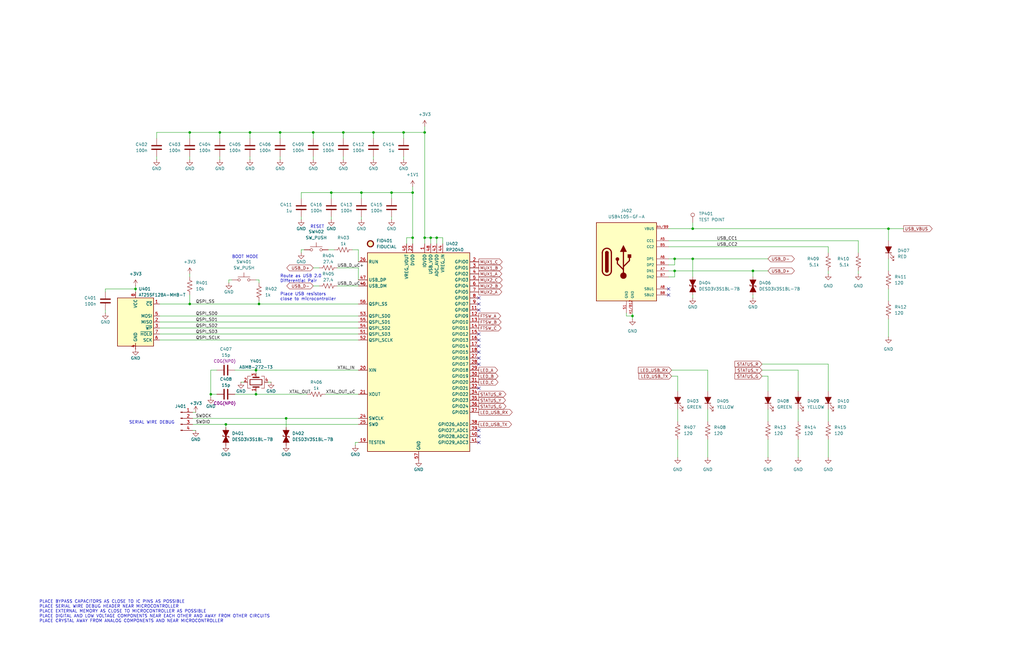
<source format=kicad_sch>
(kicad_sch (version 20231120) (generator "eeschema") (generator_version "8.0")
  (paper "USLedger")
  (title_block (title "Baseboard") (date "2023-08-19") (rev "A") (company "Alessandro Rizzoni") (comment 1 "SCHEMATIC") (comment 2 "DRAFT") (comment 3 "AIR"))
  (junction (at 120.65 176.53))
  (junction (at 109.22 128.27))
  (junction (at 173.99 81.28))
  (junction (at 107.95 166.37))
  (junction (at 57.15 121.92))
  (junction (at 284.48 114.3))
  (junction (at 184.15 100.33))
  (junction (at 95.25 179.07))
  (junction (at 179.07 55.88))
  (junction (at 80.01 128.27))
  (junction (at 80.01 55.88))
  (junction (at 92.71 55.88))
  (junction (at 292.1 109.22))
  (junction (at 105.41 55.88))
  (junction (at 317.5 114.3))
  (junction (at 144.78 55.88))
  (junction (at 139.7 81.28))
  (junction (at 107.95 156.21))
  (junction (at 152.4 81.28))
  (junction (at 170.18 55.88))
  (junction (at 266.7 133.35))
  (junction (at 173.99 100.33))
  (junction (at 374.65 96.52))
  (junction (at 118.11 55.88))
  (junction (at 132.08 55.88))
  (junction (at 292.1 96.52))
  (junction (at 179.07 100.33))
  (junction (at 157.48 55.88))
  (junction (at 88.9 166.37))
  (junction (at 181.61 100.33))
  (junction (at 165.1 81.28))
  (junction (at 284.48 109.22))
  (no_connect (at 201.93 148.59))
  (no_connect (at 201.93 125.73))
  (no_connect (at 201.93 143.51))
  (no_connect (at 281.94 124.46))
  (no_connect (at 201.93 186.69))
  (no_connect (at 201.93 163.83))
  (no_connect (at 201.93 128.27))
  (no_connect (at 201.93 140.97))
  (no_connect (at 281.94 121.92))
  (no_connect (at 201.93 130.81))
  (no_connect (at 201.93 151.13))
  (no_connect (at 201.93 181.61))
  (no_connect (at 201.93 146.05))
  (no_connect (at 201.93 153.67))
  (no_connect (at 201.93 184.15))
  (wire (pts (xy 88.9 166.37) (xy 88.9 167.64)))
  (wire (pts (xy 171.45 100.33) (xy 173.99 100.33)))
  (wire (pts (xy 44.45 121.92) (xy 44.45 123.19)))
  (wire (pts (xy 132.08 120.65) (xy 134.62 120.65)))
  (wire (pts (xy 92.71 66.04) (xy 92.71 67.31)))
  (wire (pts (xy 92.71 55.88) (xy 92.71 58.42)))
  (wire (pts (xy 127 91.44) (xy 127 92.71)))
  (wire (pts (xy 181.61 100.33) (xy 181.61 102.87)))
  (wire (pts (xy 292.1 109.22) (xy 292.1 116.84)))
  (wire (pts (xy 151.13 113.03) (xy 151.13 118.11)))
  (wire (pts (xy 284.48 111.76) (xy 284.48 109.22)))
  (wire (pts (xy 44.45 130.81) (xy 44.45 132.08)))
  (wire (pts (xy 283.21 158.75) (xy 285.75 158.75)))
  (wire (pts (xy 105.41 55.88) (xy 105.41 58.42)))
  (wire (pts (xy 281.94 109.22) (xy 284.48 109.22)))
  (wire (pts (xy 113.03 161.29) (xy 114.3 161.29)))
  (wire (pts (xy 118.11 55.88) (xy 118.11 58.42)))
  (wire (pts (xy 81.28 173.99) (xy 82.55 173.99)))
  (wire (pts (xy 165.1 91.44) (xy 165.1 92.71)))
  (wire (pts (xy 284.48 116.84) (xy 284.48 114.3)))
  (wire (pts (xy 157.48 55.88) (xy 157.48 58.42)))
  (wire (pts (xy 107.95 156.21) (xy 99.06 156.21)))
  (wire (pts (xy 144.78 55.88) (xy 132.08 55.88)))
  (wire (pts (xy 109.22 128.27) (xy 109.22 127)))
  (wire (pts (xy 321.31 156.21) (xy 336.55 156.21)))
  (wire (pts (xy 184.15 100.33) (xy 186.69 100.33)))
  (wire (pts (xy 171.45 102.87) (xy 171.45 100.33)))
  (wire (pts (xy 179.07 100.33) (xy 181.61 100.33)))
  (wire (pts (xy 127 105.41) (xy 127 106.68)))
  (wire (pts (xy 149.86 186.69) (xy 149.86 187.96)))
  (wire (pts (xy 361.95 101.6) (xy 361.95 106.68)))
  (wire (pts (xy 139.7 91.44) (xy 139.7 92.71)))
  (wire (pts (xy 298.45 172.72) (xy 298.45 177.8)))
  (wire (pts (xy 284.48 114.3) (xy 281.94 114.3)))
  (wire (pts (xy 109.22 128.27) (xy 151.13 128.27)))
  (wire (pts (xy 336.55 185.42) (xy 336.55 193.04)))
  (wire (pts (xy 107.95 156.21) (xy 107.95 157.48)))
  (wire (pts (xy 81.28 181.61) (xy 82.55 181.61)))
  (wire (pts (xy 292.1 96.52) (xy 374.65 96.52)))
  (wire (pts (xy 66.04 55.88) (xy 66.04 58.42)))
  (wire (pts (xy 281.94 101.6) (xy 361.95 101.6)))
  (wire (pts (xy 138.43 105.41) (xy 140.97 105.41)))
  (wire (pts (xy 349.25 185.42) (xy 349.25 193.04)))
  (wire (pts (xy 349.25 172.72) (xy 349.25 177.8)))
  (wire (pts (xy 132.08 55.88) (xy 118.11 55.88)))
  (wire (pts (xy 283.21 156.21) (xy 298.45 156.21)))
  (wire (pts (xy 374.65 134.62) (xy 374.65 142.24)))
  (wire (pts (xy 170.18 58.42) (xy 170.18 55.88)))
  (wire (pts (xy 107.95 156.21) (xy 151.13 156.21)))
  (wire (pts (xy 144.78 55.88) (xy 144.78 58.42)))
  (wire (pts (xy 165.1 81.28) (xy 165.1 83.82)))
  (wire (pts (xy 107.95 166.37) (xy 129.54 166.37)))
  (wire (pts (xy 281.94 96.52) (xy 292.1 96.52)))
  (wire (pts (xy 142.24 120.65) (xy 151.13 120.65)))
  (wire (pts (xy 266.7 133.35) (xy 266.7 134.62)))
  (wire (pts (xy 298.45 156.21) (xy 298.45 165.1)))
  (wire (pts (xy 151.13 105.41) (xy 151.13 110.49)))
  (wire (pts (xy 152.4 81.28) (xy 152.4 83.82)))
  (wire (pts (xy 95.25 179.07) (xy 151.13 179.07)))
  (wire (pts (xy 102.87 161.29) (xy 101.6 161.29)))
  (wire (pts (xy 132.08 55.88) (xy 132.08 58.42)))
  (wire (pts (xy 148.59 105.41) (xy 151.13 105.41)))
  (wire (pts (xy 170.18 66.04) (xy 170.18 67.31)))
  (wire (pts (xy 184.15 102.87) (xy 184.15 100.33)))
  (wire (pts (xy 67.31 133.35) (xy 151.13 133.35)))
  (wire (pts (xy 80.01 66.04) (xy 80.01 67.31)))
  (wire (pts (xy 349.25 114.3) (xy 349.25 115.57)))
  (wire (pts (xy 67.31 140.97) (xy 151.13 140.97)))
  (wire (pts (xy 91.44 156.21) (xy 88.9 156.21)))
  (wire (pts (xy 152.4 91.44) (xy 152.4 92.71)))
  (wire (pts (xy 179.07 100.33) (xy 179.07 102.87)))
  (wire (pts (xy 157.48 55.88) (xy 144.78 55.88)))
  (wire (pts (xy 323.85 158.75) (xy 323.85 165.1)))
  (wire (pts (xy 67.31 128.27) (xy 80.01 128.27)))
  (wire (pts (xy 80.01 55.88) (xy 80.01 58.42)))
  (wire (pts (xy 349.25 153.67) (xy 349.25 165.1)))
  (wire (pts (xy 173.99 100.33) (xy 173.99 102.87)))
  (wire (pts (xy 88.9 156.21) (xy 88.9 166.37)))
  (wire (pts (xy 81.28 176.53) (xy 120.65 176.53)))
  (wire (pts (xy 179.07 53.34) (xy 179.07 55.88)))
  (wire (pts (xy 317.5 114.3) (xy 317.5 116.84)))
  (wire (pts (xy 127 83.82) (xy 127 81.28)))
  (wire (pts (xy 284.48 114.3) (xy 317.5 114.3)))
  (wire (pts (xy 157.48 66.04) (xy 157.48 67.31)))
  (wire (pts (xy 109.22 119.38) (xy 109.22 118.11)))
  (wire (pts (xy 336.55 172.72) (xy 336.55 177.8)))
  (wire (pts (xy 57.15 121.92) (xy 44.45 121.92)))
  (wire (pts (xy 184.15 100.33) (xy 181.61 100.33)))
  (wire (pts (xy 374.65 96.52) (xy 374.65 101.6)))
  (wire (pts (xy 142.24 113.03) (xy 151.13 113.03)))
  (wire (pts (xy 109.22 118.11) (xy 107.95 118.11)))
  (wire (pts (xy 80.01 124.46) (xy 80.01 128.27)))
  (wire (pts (xy 374.65 96.52) (xy 381 96.52)))
  (wire (pts (xy 57.15 121.92) (xy 57.15 123.19)))
  (wire (pts (xy 323.85 185.42) (xy 323.85 193.04)))
  (wire (pts (xy 284.48 109.22) (xy 292.1 109.22)))
  (wire (pts (xy 80.01 128.27) (xy 109.22 128.27)))
  (wire (pts (xy 66.04 66.04) (xy 66.04 67.31)))
  (wire (pts (xy 67.31 143.51) (xy 151.13 143.51)))
  (wire (pts (xy 96.52 118.11) (xy 96.52 119.38)))
  (wire (pts (xy 285.75 158.75) (xy 285.75 165.1)))
  (wire (pts (xy 81.28 179.07) (xy 95.25 179.07)))
  (wire (pts (xy 127 81.28) (xy 139.7 81.28)))
  (wire (pts (xy 186.69 102.87) (xy 186.69 100.33)))
  (wire (pts (xy 132.08 66.04) (xy 132.08 67.31)))
  (wire (pts (xy 120.65 176.53) (xy 151.13 176.53)))
  (wire (pts (xy 374.65 121.92) (xy 374.65 127)))
  (wire (pts (xy 99.06 166.37) (xy 107.95 166.37)))
  (wire (pts (xy 292.1 109.22) (xy 323.85 109.22)))
  (wire (pts (xy 95.25 179.07) (xy 95.25 180.34)))
  (wire (pts (xy 170.18 55.88) (xy 157.48 55.88)))
  (wire (pts (xy 107.95 165.1) (xy 107.95 166.37)))
  (wire (pts (xy 317.5 124.46) (xy 317.5 125.73)))
  (wire (pts (xy 92.71 55.88) (xy 80.01 55.88)))
  (wire (pts (xy 285.75 185.42) (xy 285.75 193.04)))
  (wire (pts (xy 317.5 114.3) (xy 323.85 114.3)))
  (wire (pts (xy 323.85 172.72) (xy 323.85 177.8)))
  (wire (pts (xy 132.08 113.03) (xy 134.62 113.03)))
  (wire (pts (xy 298.45 185.42) (xy 298.45 193.04)))
  (wire (pts (xy 67.31 138.43) (xy 151.13 138.43)))
  (wire (pts (xy 152.4 81.28) (xy 165.1 81.28)))
  (wire (pts (xy 285.75 172.72) (xy 285.75 177.8)))
  (wire (pts (xy 118.11 66.04) (xy 118.11 67.31)))
  (wire (pts (xy 292.1 124.46) (xy 292.1 125.73)))
  (wire (pts (xy 281.94 104.14) (xy 349.25 104.14)))
  (wire (pts (xy 349.25 104.14) (xy 349.25 106.68)))
  (wire (pts (xy 173.99 78.74) (xy 173.99 81.28)))
  (wire (pts (xy 264.16 133.35) (xy 266.7 133.35)))
  (wire (pts (xy 374.65 109.22) (xy 374.65 114.3)))
  (wire (pts (xy 139.7 81.28) (xy 152.4 81.28)))
  (wire (pts (xy 57.15 120.65) (xy 57.15 121.92)))
  (wire (pts (xy 105.41 55.88) (xy 92.71 55.88)))
  (wire (pts (xy 179.07 100.33) (xy 179.07 55.88)))
  (wire (pts (xy 105.41 66.04) (xy 105.41 67.31)))
  (wire (pts (xy 336.55 156.21) (xy 336.55 165.1)))
  (wire (pts (xy 281.94 111.76) (xy 284.48 111.76)))
  (wire (pts (xy 137.16 166.37) (xy 151.13 166.37)))
  (wire (pts (xy 67.31 135.89) (xy 151.13 135.89)))
  (wire (pts (xy 281.94 116.84) (xy 284.48 116.84)))
  (wire (pts (xy 266.7 133.35) (xy 266.7 132.08)))
  (wire (pts (xy 165.1 81.28) (xy 173.99 81.28)))
  (wire (pts (xy 97.79 118.11) (xy 96.52 118.11)))
  (wire (pts (xy 80.01 55.88) (xy 66.04 55.88)))
  (wire (pts (xy 144.78 66.04) (xy 144.78 67.31)))
  (wire (pts (xy 118.11 55.88) (xy 105.41 55.88)))
  (wire (pts (xy 139.7 81.28) (xy 139.7 83.82)))
  (wire (pts (xy 151.13 186.69) (xy 149.86 186.69)))
  (wire (pts (xy 88.9 166.37) (xy 91.44 166.37)))
  (wire (pts (xy 321.31 153.67) (xy 349.25 153.67)))
  (wire (pts (xy 120.65 176.53) (xy 120.65 180.34)))
  (wire (pts (xy 292.1 93.98) (xy 292.1 96.52)))
  (wire (pts (xy 264.16 132.08) (xy 264.16 133.35)))
  (wire (pts (xy 361.95 114.3) (xy 361.95 115.57)))
  (wire (pts (xy 173.99 81.28) (xy 173.99 100.33)))
  (wire (pts (xy 321.31 158.75) (xy 323.85 158.75)))
  (wire (pts (xy 80.01 115.57) (xy 80.01 116.84)))
  (wire (pts (xy 128.27 105.41) (xy 127 105.41)))
  (wire (pts (xy 179.07 55.88) (xy 170.18 55.88)))
  (text "SERIAL WIRE DEBUG" (at 73.66 179.07 0) (effects (font (size 1.27 1.27)) (justify right bottom)))
  (text "RESET" (at 130.81 96.52 0) (effects (font (size 1.27 1.27)) (justify left bottom)))
  (text "PLACE BYPASS CAPACITORS AS CLOSE TO IC PINS AS POSSIBLE\nPLACE SERIAL WIRE DEBUG HEADER NEAR MICROCONTROLLER\nPLACE EXTERNAL MEMORY AS CLOSE TO MICROCONTROLLER AS POSSIBLE\nPLACE DIGITAL AND LOW VOLTAGE COMPONENTS NEAR EACH OTHER AND AWAY FROM OTHER CIRCUITS\nPLACE CRYSTAL AWAY FROM ANALOG COMPONENTS AND NEAR MICROCONTROLLER\n" (at 16.51 262.89 0) (effects (font (size 1.27 1.27)) (justify left bottom)))
  (text "Route as USB 2.0\nDifferential Pair" (at 118.11 119.38 0) (effects (font (size 1.27 1.27)) (justify left bottom)))
  (text "Place USB resistors\nclose to microcontroller" (at 118.11 127 0) (effects (font (size 1.27 1.27)) (justify left bottom)))
  (text "BOOT MODE" (at 97.79 109.22 0) (effects (font (size 1.27 1.27)) (justify left bottom)))
  (label "XTAL_OUT_uC" (at 149.86 166.37 180))
  (label "QSPI_SD3" (at 82.55 140.97 0))
  (label "QSPI_SCLK" (at 82.55 143.51 0))
  (label "USB_D_uC+" (at 142.24 113.03 0))
  (label "SWDIO" (at 82.55 179.07 0))
  (label "USB_CC2" (at 302.26 104.14 0))
  (label "XTAL_OUT" (at 121.92 166.37 0))
  (label "QSPI_SD1" (at 82.55 135.89 0))
  (label "XTAL_IN" (at 142.24 156.21 0))
  (label "QSPI_SD2" (at 82.55 138.43 0))
  (label "USB_CC1" (at 302.26 101.6 0))
  (label "QSPI_SS" (at 82.55 128.27 0))
  (label "USB_D_uC-" (at 142.24 120.65 0))
  (label "SWDCK" (at 82.55 176.53 0))
  (label "QSPI_SD0" (at 82.55 133.35 0))
  (global_label "MUX1_B" (shape output) (at 201.93 113.03 0) (property "Intersheetrefs" "${INTERSHEET_REFS}" (effects (hide yes))))
  (global_label "STATUS_G" (shape input) (at 321.31 158.75 180) (property "Intersheetrefs" "${INTERSHEET_REFS}" (effects (hide yes))))
  (global_label "STATUS_Y" (shape output) (at 201.93 168.91 0) (property "Intersheetrefs" "${INTERSHEET_REFS}" (effects (hide yes))))
  (global_label "LED_USB_TX" (shape output) (at 201.93 179.07 0) (property "Intersheetrefs" "${INTERSHEET_REFS}" (effects (hide yes))))
  (global_label "STATUS_R" (shape input) (at 321.31 153.67 180) (property "Intersheetrefs" "${INTERSHEET_REFS}" (effects (hide yes))))
  (global_label "LED_B" (shape output) (at 201.93 158.75 0) (property "Intersheetrefs" "${INTERSHEET_REFS}" (effects (hide yes))))
  (global_label "STATUS_R" (shape output) (at 201.93 166.37 0) (property "Intersheetrefs" "${INTERSHEET_REFS}" (effects (hide yes))))
  (global_label "USB_D+" (shape bidirectional) (at 132.08 113.03 180) (property "Intersheetrefs" "${INTERSHEET_REFS}" (effects (hide yes))))
  (global_label "MUX2_A" (shape output) (at 201.93 123.19 0) (property "Intersheetrefs" "${INTERSHEET_REFS}" (effects (hide yes))))
  (global_label "USB_D+" (shape bidirectional) (at 323.85 114.3 0) (property "Intersheetrefs" "${INTERSHEET_REFS}" (effects (hide yes))))
  (global_label "USB_D-" (shape bidirectional) (at 132.08 120.65 180) (property "Intersheetrefs" "${INTERSHEET_REFS}" (effects (hide yes))))
  (global_label "STATUS_Y" (shape input) (at 321.31 156.21 180) (property "Intersheetrefs" "${INTERSHEET_REFS}" (effects (hide yes))))
  (global_label "LED_A" (shape output) (at 201.93 156.21 0) (property "Intersheetrefs" "${INTERSHEET_REFS}" (effects (hide yes))))
  (global_label "FTSW_B" (shape output) (at 201.93 135.89 0) (property "Intersheetrefs" "${INTERSHEET_REFS}" (effects (hide yes))))
  (global_label "FTSW_C" (shape output) (at 201.93 138.43 0) (property "Intersheetrefs" "${INTERSHEET_REFS}" (effects (hide yes))))
  (global_label "MUX1_A" (shape output) (at 201.93 115.57 0) (property "Intersheetrefs" "${INTERSHEET_REFS}" (effects (hide yes))))
  (global_label "LED_USB_RX" (shape input) (at 283.21 156.21 180) (property "Intersheetrefs" "${INTERSHEET_REFS}" (effects (hide yes))))
  (global_label "MUX1_C" (shape output) (at 201.93 110.49 0) (property "Intersheetrefs" "${INTERSHEET_REFS}" (effects (hide yes))))
  (global_label "MUX2_C" (shape output) (at 201.93 118.11 0) (property "Intersheetrefs" "${INTERSHEET_REFS}" (effects (hide yes))))
  (global_label "LED_USB_TX" (shape input) (at 283.21 158.75 180) (property "Intersheetrefs" "${INTERSHEET_REFS}" (effects (hide yes))))
  (global_label "STATUS_G" (shape output) (at 201.93 171.45 0) (property "Intersheetrefs" "${INTERSHEET_REFS}" (effects (hide yes))))
  (global_label "LED_C" (shape output) (at 201.93 161.29 0) (property "Intersheetrefs" "${INTERSHEET_REFS}" (effects (hide yes))))
  (global_label "LED_USB_RX" (shape output) (at 201.93 173.99 0) (property "Intersheetrefs" "${INTERSHEET_REFS}" (effects (hide yes))))
  (global_label "MUX2_B" (shape output) (at 201.93 120.65 0) (property "Intersheetrefs" "${INTERSHEET_REFS}" (effects (hide yes))))
  (global_label "FTSW_A" (shape output) (at 201.93 133.35 0) (property "Intersheetrefs" "${INTERSHEET_REFS}" (effects (hide yes))))
  (global_label "USB_D-" (shape bidirectional) (at 323.85 109.22 0) (property "Intersheetrefs" "${INTERSHEET_REFS}" (effects (hide yes))))
  (global_label "USB_VBUS" (shape output) (at 381 96.52 0) (property "Intersheetrefs" "${INTERSHEET_REFS}" (effects (hide yes))))
  (symbol (lib_id "Device:C") (at 165.1 87.63 0) (mirror y) (unit 1)
    (property "Reference" "C415" (at 161.29 86.36 0) (effects (justify left)))
    (property "Value" "100n" (at 161.29 88.9 0) (effects (justify left)))
    (property "Footprint" "Capacitor_SMD:C_0402_1005Metric" (effects (hide yes)))
    (property "Description" "Unpolarized capacitor" (effects (hide yes)))
  )
  (symbol (lib_id "Device:C") (at 118.11 62.23 0) (mirror y) (unit 1)
    (property "Reference" "C406" (at 114.3 60.96 0) (effects (justify left)))
    (property "Value" "100n" (at 114.3 63.5 0) (effects (justify left)))
    (property "Footprint" "Capacitor_SMD:C_0402_1005Metric" (effects (hide yes)))
    (property "Description" "Unpolarized capacitor" (effects (hide yes)))
    (instances (project "baseboard" (path "" (reference "C406") (unit 1))) (project "ErgoDUE" (path "" (reference "C111") (unit 1)) (path "" (reference "C401") (unit 1)) (path "" (reference "C1007") (unit 1)) (path "" (reference "C201") (unit 1))) (project "microcontroller" (path "" (reference "C111") (unit 1))))
  )
  (symbol (lib_id "power:GND") (at 157.48 67.31 0) (mirror y) (unit 1)
    (property "Reference" "#PWR0421" (effects (hide yes)))
    (property "Value" "GND" (at 157.48 71.12 0))
    (property "Description" "Power symbol creates a global label with name \"GND\" , ground" (effects (hide yes)))
    (instances (project "baseboard" (path "" (reference "#PWR0421") (unit 1))) (project "ErgoDUE" (path "" (reference "#PWR0132") (unit 1)) (path "" (reference "#PWR0403") (unit 1)) (path "" (reference "#PWR01019") (unit 1)) (path "" (reference "#PWR0204") (unit 1))) (project "microcontroller" (path "" (reference "#PWR0132") (unit 1))))
  )
  (symbol (lib_id "power:GND") (at 44.45 132.08 0) (unit 1)
    (property "Reference" "#PWR0401" (effects (hide yes)))
    (property "Value" "GND" (at 44.45 135.89 0))
    (property "Description" "Power symbol creates a global label with name \"GND\" , ground" (effects (hide yes)))
    (instances (project "baseboard" (path "" (reference "#PWR0401") (unit 1))) (project "ErgoDUE" (path "" (reference "#PWR0116") (unit 1)) (path "" (reference "#PWR01002") (unit 1))) (project "microcontroller" (path "" (reference "#PWR0116") (unit 1))))
  )
  (symbol (lib_id "power:GND") (at 165.1 92.71 0) (mirror y) (unit 1)
    (property "Reference" "#PWR0438" (effects (hide yes)))
    (property "Value" "GND" (at 165.1 96.52 0))
    (property "Description" "Power symbol creates a global label with name \"GND\" , ground" (effects (hide yes)))
  )
  (symbol (lib_id "power:GND") (at 132.08 67.31 0) (mirror y) (unit 1)
    (property "Reference" "#PWR0416" (effects (hide yes)))
    (property "Value" "GND" (at 132.08 71.12 0))
    (property "Description" "Power symbol creates a global label with name \"GND\" , ground" (effects (hide yes)))
    (instances (project "baseboard" (path "" (reference "#PWR0416") (unit 1))) (project "ErgoDUE" (path "" (reference "#PWR0135") (unit 1)) (path "" (reference "#PWR0408") (unit 1)) (path "" (reference "#PWR01023") (unit 1)) (path "" (reference "#PWR0211") (unit 1))) (project "microcontroller" (path "" (reference "#PWR0135") (unit 1))))
  )
  (symbol (lib_id "Device:C") (at 66.04 62.23 0) (mirror y) (unit 1)
    (property "Reference" "C402" (at 62.23 60.96 0) (effects (justify left)))
    (property "Value" "100n" (at 62.23 63.5 0) (effects (justify left)))
    (property "Footprint" "Capacitor_SMD:C_0402_1005Metric" (effects (hide yes)))
    (property "Description" "Unpolarized capacitor" (effects (hide yes)))
    (instances (project "baseboard" (path "" (reference "C402") (unit 1))) (project "ErgoDUE" (path "" (reference "C115") (unit 1)) (path "" (reference "C401") (unit 1)) (path "" (reference "C1011") (unit 1)) (path "" (reference "C201") (unit 1))) (project "microcontroller" (path "" (reference "C115") (unit 1))))
  )
  (symbol (lib_id "power:GND") (at 127 92.71 0) (mirror y) (unit 1)
    (property "Reference" "#PWR0419" (effects (hide yes)))
    (property "Value" "GND" (at 127 96.52 0))
    (property "Description" "Power symbol creates a global label with name \"GND\" , ground" (effects (hide yes)))
    (instances (project "baseboard" (path "" (reference "#PWR0419") (unit 1))) (project "ErgoDUE" (path "" (reference "#PWR0125") (unit 1)) (path "" (reference "#PWR0401") (unit 1)) (path "" (reference "#PWR01012") (unit 1)) (path "" (reference "#PWR0201") (unit 1))) (project "microcontroller" (path "" (reference "#PWR0125") (unit 1))))
  )
  (symbol (lib_id "power:GND") (at 317.5 125.73 0) (mirror y) (unit 1)
    (property "Reference" "#PWR0432" (effects (hide yes)))
    (property "Value" "GND" (at 317.5 129.54 0))
    (property "Description" "Power symbol creates a global label with name \"GND\" , ground" (effects (hide yes)))
  )
  (symbol (lib_id "Device:R_US") (at 349.25 110.49 0) (mirror x) (unit 1)
    (property "Reference" "R409" (at 345.44 109.2199 0) (effects (justify right)))
    (property "Value" "5.1k" (at 345.44 111.7599 0) (effects (justify right)))
    (property "Footprint" "Resistor_SMD:R_0402_1005Metric" (effects (hide yes)))
    (property "Description" "Resistor, US symbol" (effects (hide yes)))
  )
  (symbol (lib_id "power:+3V3") (at 80.01 115.57 0) (unit 1)
    (property "Reference" "#PWR0406" (effects (hide yes)))
    (property "Value" "+3V3" (at 80.01 110.49 0))
    (property "Description" "Power symbol creates a global label with name \"+3V3\"" (effects (hide yes)))
    (instances (project "baseboard" (path "" (reference "#PWR0406") (unit 1))) (project "ErgoDUE" (path "" (reference "#PWR0117") (unit 1)) (path "" (reference "#PWR01003") (unit 1))) (project "microcontroller" (path "" (reference "#PWR0117") (unit 1))))
  )
  (symbol (lib_id "power:+1V1") (at 173.99 78.74 0) (unit 1)
    (property "Reference" "#PWR0424" (effects (hide yes)))
    (property "Value" "+1V1" (at 173.99 73.66 0))
    (property "Description" "Power symbol creates a global label with name \"+1V1\"" (effects (hide yes)))
    (instances (project "baseboard" (path "" (reference "#PWR0424") (unit 1))) (project "ErgoDUE" (path "" (reference "#PWR0128") (unit 1)) (path "" (reference "#PWR01015") (unit 1))) (project "microcontroller" (path "" (reference "#PWR0128") (unit 1))))
  )
  (symbol (lib_id "Device:D_TVS_Filled") (at 292.1 120.65 90) (unit 1)
    (property "Reference" "D404" (at 294.64 119.38 90) (effects (justify right)))
    (property "Value" "DESD3V3S1BL-7B" (at 294.64 121.92 90) (effects (justify right)))
    (property "Footprint" "Diode_SMD:D_SOD-882D" (effects (hide yes)))
    (property "Description" "Bidirectional transient-voltage-suppression diode, filled shape" (effects (hide yes)))
    (property "Manufacturer" "Diodes Inc." (effects (hide yes)))
    (property "Part Number" "DESD3V3S1BL-7B" (effects (hide yes)))
    (property "Manufacturer (Alternate)" "Diodes Inc." (effects (hide yes)))
    (property "Part Number (Alternate)" "DESD3V3E1BL-7B " (effects (hide yes)))
  )
  (symbol (lib_id "Library:SW_Push_SPST_4_Pin") (at 102.87 118.11 0) (unit 1)
    (property "Reference" "SW401" (at 102.87 110.49 0))
    (property "Value" "SW_PUSH" (at 102.87 113.03 0))
    (property "Footprint" "Library:KMR441NG LFS" (effects (hide yes)))
    (property "Description" "Push button switch, generic, two pins" (effects (hide yes)))
    (property "Manufacturer" "C&K" (effects (hide yes)))
    (property "Part Number" "KMR441NG LFS" (effects (hide yes)))
    (property "Manufacturer (Alternate)" "C&K" (effects (hide yes)))
    (property "Part Number (Alternate)" "KMR441G LFS" (effects (hide yes)))
    (instances (project "baseboard" (path "" (reference "SW401") (unit 1))) (project "ErgoDUE" (path "" (reference "SW101") (unit 1)) (path "" (reference "SW1001") (unit 1))) (project "microcontroller" (path "" (reference "SW101") (unit 1))))
  )
  (symbol (lib_id "Device:D_TVS_Filled") (at 317.5 120.65 90) (unit 1)
    (property "Reference" "D406" (at 320.04 119.38 90) (effects (justify right)))
    (property "Value" "DESD3V3S1BL-7B" (at 320.04 121.92 90) (effects (justify right)))
    (property "Footprint" "Diode_SMD:D_SOD-882D" (effects (hide yes)))
    (property "Description" "Bidirectional transient-voltage-suppression diode, filled shape" (effects (hide yes)))
    (property "Manufacturer" "Diodes Inc." (effects (hide yes)))
    (property "Part Number" "DESD3V3S1BL-7B" (effects (hide yes)))
    (property "Manufacturer (Alternate)" "Diodes Inc." (effects (hide yes)))
    (property "Part Number (Alternate)" "DESD3V3E1BL-7B " (effects (hide yes)))
  )
  (symbol (lib_id "Device:R_US") (at 144.78 105.41 90) (unit 1)
    (property "Reference" "R403" (at 144.78 100.33 90))
    (property "Value" "1k" (at 144.78 102.87 90))
    (property "Footprint" "Resistor_SMD:R_0402_1005Metric" (effects (hide yes)))
    (property "Description" "Resistor, US symbol" (effects (hide yes)))
    (instances (project "baseboard" (path "" (reference "R403") (unit 1))) (project "ErgoDUE" (path "" (reference "R111") (unit 1)) (path "" (reference "R1003") (unit 1))) (project "microcontroller" (path "" (reference "R111") (unit 1))))
  )
  (symbol (lib_id "Mechanical:Fiducial") (at 156.21 102.87 0) (unit 1)
    (property "Reference" "FID401" (at 158.75 101.6 0) (effects (justify left)))
    (property "Value" "FIDUCIAL" (at 158.75 104.14 0) (effects (justify left)))
    (property "Footprint" "Fiducial:Fiducial_0.5mm_Mask1mm" (effects (hide yes)))
    (property "Description" "Fiducial Marker" (effects (hide yes)))
    (property "Manufacturer" "N/A" (effects (hide yes)))
    (property "Part Number" "N/A" (effects (hide yes)))
    (property "Manufacturer (Alternate)" "N/A" (effects (hide yes)))
    (property "Part Number (Alternate)" "N/A" (effects (hide yes)))
  )
  (symbol (lib_id "power:+3V3") (at 179.07 53.34 0) (mirror y) (unit 1)
    (property "Reference" "#PWR0426" (effects (hide yes)))
    (property "Value" "+3V3" (at 179.07 48.26 0))
    (property "Description" "Power symbol creates a global label with name \"+3V3\"" (effects (hide yes)))
    (instances (project "baseboard" (path "" (reference "#PWR0426") (unit 1))) (project "ErgoDUE" (path "" (reference "#PWR0130") (unit 1)) (path "" (reference "#PWR01017") (unit 1))) (project "microcontroller" (path "" (reference "#PWR0130") (unit 1))))
  )
  (symbol (lib_id "power:GND") (at 285.75 193.04 0) (unit 1)
    (property "Reference" "#PWR0429" (effects (hide yes)))
    (property "Value" "GND" (at 285.75 198.12 0))
    (property "Description" "Power symbol creates a global label with name \"GND\" , ground" (effects (hide yes)))
  )
  (symbol (lib_id "Device:R_US") (at 138.43 120.65 90) (unit 1)
    (property "Reference" "R405" (at 138.43 115.57 90))
    (property "Value" "27.4" (at 138.43 118.11 90))
    (property "Footprint" "Resistor_SMD:R_0402_1005Metric" (effects (hide yes)))
    (property "Description" "Resistor, US symbol" (effects (hide yes)))
    (instances (project "baseboard" (path "" (reference "R405") (unit 1))) (project "ErgoDUE" (path "" (reference "R113") (unit 1)) (path "" (reference "R1005") (unit 1))) (project "microcontroller" (path "" (reference "R113") (unit 1))))
  )
  (symbol (lib_id "power:GND") (at 176.53 194.31 0) (unit 1)
    (property "Reference" "#PWR0425" (effects (hide yes)))
    (property "Value" "GND" (at 176.53 198.12 0))
    (property "Description" "Power symbol creates a global label with name \"GND\" , ground" (effects (hide yes)))
    (instances (project "baseboard" (path "" (reference "#PWR0425") (unit 1))) (project "ErgoDUE" (path "" (reference "#PWR0129") (unit 1)) (path "" (reference "#PWR01016") (unit 1))) (project "microcontroller" (path "" (reference "#PWR0129") (unit 1))))
  )
  (symbol (lib_id "power:GND") (at 292.1 125.73 0) (mirror y) (unit 1)
    (property "Reference" "#PWR0430" (effects (hide yes)))
    (property "Value" "GND" (at 292.1 129.54 0))
    (property "Description" "Power symbol creates a global label with name \"GND\" , ground" (effects (hide yes)))
  )
  (symbol (lib_id "Device:C") (at 95.25 166.37 90) (unit 1)
    (property "Reference" "C408" (at 95.25 160.02 90))
    (property "Value" "15p" (at 95.25 162.56 90))
    (property "Footprint" "Capacitor_SMD:C_0402_1005Metric" (effects (hide yes)))
    (property "Description" "Unpolarized capacitor" (effects (hide yes)))
    (property "Note 2" "C0G(NP0) " (at 95.25 170.18 90))
    (property "Note 1" "30V" (effects (hide yes)))
  )
  (symbol (lib_id "Device:LED_Filled") (at 349.25 168.91 90) (unit 1)
    (property "Reference" "D410" (at 353.06 169.2275 90) (effects (justify right)))
    (property "Value" "RED" (at 353.06 171.7675 90) (effects (justify right)))
    (property "Footprint" "LED_SMD:LED_0603_1608Metric" (effects (hide yes)))
    (property "Description" "Light emitting diode, filled shape" (effects (hide yes)))
    (property "Manufacturer" "Wurth" (effects (hide yes)))
    (property "Part Number" "150060RS75000" (effects (hide yes)))
    (property "Manufacturer (Alternate)" "Lite-On Inc." (effects (hide yes)))
    (property "Part Number (Alternate)" "LTST-C193KRKT-5A" (effects (hide yes)))
  )
  (symbol (lib_id "Device:C") (at 144.78 62.23 0) (mirror y) (unit 1)
    (property "Reference" "C410" (at 140.97 60.96 0) (effects (justify left)))
    (property "Value" "100n" (at 140.97 63.5 0) (effects (justify left)))
    (property "Footprint" "Capacitor_SMD:C_0402_1005Metric" (effects (hide yes)))
    (property "Description" "Unpolarized capacitor" (effects (hide yes)))
    (instances (project "baseboard" (path "" (reference "C410") (unit 1))) (project "ErgoDUE" (path "" (reference "C109") (unit 1)) (path "" (reference "C401") (unit 1)) (path "" (reference "C1005") (unit 1)) (path "" (reference "C201") (unit 1))) (project "microcontroller" (path "" (reference "C109") (unit 1))))
  )
  (symbol (lib_id "power:GND") (at 57.15 147.32 0) (unit 1)
    (property "Reference" "#PWR0403" (effects (hide yes)))
    (property "Value" "GND" (at 57.15 151.13 0))
    (property "Description" "Power symbol creates a global label with name \"GND\" , ground" (effects (hide yes)))
    (instances (project "baseboard" (path "" (reference "#PWR0403") (unit 1))) (project "ErgoDUE" (path "" (reference "#PWR0116") (unit 1)) (path "" (reference "#PWR01002") (unit 1))) (project "microcontroller" (path "" (reference "#PWR0116") (unit 1))))
  )
  (symbol (lib_id "power:GND") (at 349.25 193.04 0) (unit 1)
    (property "Reference" "#PWR0441" (effects (hide yes)))
    (property "Value" "GND" (at 349.25 198.12 0))
    (property "Description" "Power symbol creates a global label with name \"GND\" , ground" (effects (hide yes)))
  )
  (symbol (lib_id "Device:R_US") (at 374.65 130.81 0) (unit 1)
    (property "Reference" "R412" (at 377.19 129.54 0) (effects (justify left)))
    (property "Value" "120" (at 377.19 132.08 0) (effects (justify left)))
    (property "Footprint" "Resistor_SMD:R_0402_1005Metric" (effects (hide yes)))
    (property "Description" "Resistor, US symbol" (effects (hide yes)))
  )
  (symbol (lib_id "power:GND") (at 323.85 193.04 0) (unit 1)
    (property "Reference" "#PWR0427" (effects (hide yes)))
    (property "Value" "GND" (at 323.85 198.12 0))
    (property "Description" "Power symbol creates a global label with name \"GND\" , ground" (effects (hide yes)))
  )
  (symbol (lib_id "power:+3V3") (at 82.55 173.99 0) (unit 1)
    (property "Reference" "#PWR0408" (effects (hide yes)))
    (property "Value" "+3V3" (at 82.55 170.18 0))
    (property "Description" "Power symbol creates a global label with name \"+3V3\"" (effects (hide yes)))
  )
  (symbol (lib_id "power:GND") (at 114.3 161.29 0) (unit 1)
    (property "Reference" "#PWR0417" (effects (hide yes)))
    (property "Value" "GND" (at 114.3 165.1 0))
    (property "Description" "Power symbol creates a global label with name \"GND\" , ground" (effects (hide yes)))
    (instances (project "baseboard" (path "" (reference "#PWR0417") (unit 1))) (project "ErgoDUE" (path "" (reference "#PWR0124") (unit 1)) (path "" (reference "#PWR01011") (unit 1))) (project "microcontroller" (path "" (reference "#PWR0124") (unit 1))))
  )
  (symbol (lib_id "Device:D_TVS_Filled") (at 95.25 184.15 90) (unit 1)
    (property "Reference" "D401" (at 97.79 182.88 90) (effects (justify right)))
    (property "Value" "DESD3V3S1BL-7B" (at 97.79 185.42 90) (effects (justify right)))
    (property "Footprint" "Diode_SMD:D_SOD-882D" (effects (hide yes)))
    (property "Description" "Bidirectional transient-voltage-suppression diode, filled shape" (effects (hide yes)))
    (property "Manufacturer" "Diodes Inc." (effects (hide yes)))
    (property "Part Number" "DESD3V3S1BL-7B" (effects (hide yes)))
    (property "Manufacturer (Alternate)" "Diodes Inc." (effects (hide yes)))
    (property "Part Number (Alternate)" "DESD3V3E1BL-7B " (effects (hide yes)))
  )
  (symbol (lib_id "power:GND") (at 298.45 193.04 0) (unit 1)
    (property "Reference" "#PWR0431" (effects (hide yes)))
    (property "Value" "GND" (at 298.45 198.12 0))
    (property "Description" "Power symbol creates a global label with name \"GND\" , ground" (effects (hide yes)))
  )
  (symbol (lib_id "Device:C") (at 157.48 62.23 0) (mirror y) (unit 1)
    (property "Reference" "C412" (at 153.67 60.96 0) (effects (justify left)))
    (property "Value" "100n" (at 153.67 63.5 0) (effects (justify left)))
    (property "Footprint" "Capacitor_SMD:C_0402_1005Metric" (effects (hide yes)))
    (property "Description" "Unpolarized capacitor" (effects (hide yes)))
    (instances (project "baseboard" (path "" (reference "C412") (unit 1))) (project "ErgoDUE" (path "" (reference "C108") (unit 1)) (path "" (reference "C401") (unit 1)) (path "" (reference "C1004") (unit 1)) (path "" (reference "C201") (unit 1))) (project "microcontroller" (path "" (reference "C108") (unit 1))))
  )
  (symbol (lib_id "Device:R_US") (at 361.95 110.49 0) (mirror x) (unit 1)
    (property "Reference" "R410" (at 358.14 109.2199 0) (effects (justify right)))
    (property "Value" "5.1k" (at 358.14 111.7599 0) (effects (justify right)))
    (property "Footprint" "Resistor_SMD:R_0402_1005Metric" (effects (hide yes)))
    (property "Description" "Resistor, US symbol" (effects (hide yes)))
  )
  (symbol (lib_id "power:GND") (at 105.41 67.31 0) (mirror y) (unit 1)
    (property "Reference" "#PWR0411" (effects (hide yes)))
    (property "Value" "GND" (at 105.41 71.12 0))
    (property "Description" "Power symbol creates a global label with name \"GND\" , ground" (effects (hide yes)))
    (instances (project "baseboard" (path "" (reference "#PWR0411") (unit 1))) (project "ErgoDUE" (path "" (reference "#PWR0138") (unit 1)) (path "" (reference "#PWR0414") (unit 1)) (path "" (reference "#PWR01027") (unit 1)) (path "" (reference "#PWR0220") (unit 1))) (project "microcontroller" (path "" (reference "#PWR0138") (unit 1))))
  )
  (symbol (lib_id "Device:LED_Filled") (at 298.45 168.91 90) (unit 1)
    (property "Reference" "D405" (at 302.26 169.2275 90) (effects (justify right)))
    (property "Value" "YELLOW" (at 302.26 171.7675 90) (effects (justify right)))
    (property "Footprint" "LED_SMD:LED_0603_1608Metric" (effects (hide yes)))
    (property "Description" "Light emitting diode, filled shape" (effects (hide yes)))
    (property "Manufacturer" "Wurth" (effects (hide yes)))
    (property "Part Number" "150060YS75000" (effects (hide yes)))
    (property "Manufacturer (Alternate)" "Lite-On Inc." (effects (hide yes)))
    (property "Part Number (Alternate)" "LTST-C193KSKT-5A" (effects (hide yes)))
  )
  (symbol (lib_id "power:GND") (at 127 106.68 0) (unit 1)
    (property "Reference" "#PWR0415" (effects (hide yes)))
    (property "Value" "GND" (at 127 110.49 0))
    (property "Description" "Power symbol creates a global label with name \"GND\" , ground" (effects (hide yes)))
    (instances (project "baseboard" (path "" (reference "#PWR0415") (unit 1))) (project "ErgoDUE" (path "" (reference "#PWR0122") (unit 1)) (path "" (reference "#PWR01009") (unit 1))) (project "microcontroller" (path "" (reference "#PWR0122") (unit 1))))
  )
  (symbol (lib_id "power:GND") (at 118.11 67.31 0) (mirror y) (unit 1)
    (property "Reference" "#PWR0413" (effects (hide yes)))
    (property "Value" "GND" (at 118.11 71.12 0))
    (property "Description" "Power symbol creates a global label with name \"GND\" , ground" (effects (hide yes)))
    (instances (project "baseboard" (path "" (reference "#PWR0413") (unit 1))) (project "ErgoDUE" (path "" (reference "#PWR0137") (unit 1)) (path "" (reference "#PWR0411") (unit 1)) (path "" (reference "#PWR01026") (unit 1)) (path "" (reference "#PWR0216") (unit 1))) (project "microcontroller" (path "" (reference "#PWR0137") (unit 1))))
  )
  (symbol (lib_id "Device:C") (at 80.01 62.23 0) (mirror y) (unit 1)
    (property "Reference" "C403" (at 76.2 60.96 0) (effects (justify left)))
    (property "Value" "100n" (at 76.2 63.5 0) (effects (justify left)))
    (property "Footprint" "Capacitor_SMD:C_0402_1005Metric" (effects (hide yes)))
    (property "Description" "Unpolarized capacitor" (effects (hide yes)))
    (instances (project "baseboard" (path "" (reference "C403") (unit 1))) (project "ErgoDUE" (path "" (reference "C114") (unit 1)) (path "" (reference "C401") (unit 1)) (path "" (reference "C1010") (unit 1)) (path "" (reference "C201") (unit 1))) (project "microcontroller" (path "" (reference "C114") (unit 1))))
  )
  (symbol (lib_id "MCU_RaspberryPi:RP2040") (at 176.53 148.59 0) (unit 1)
    (property "Reference" "U402" (at 187.96 102.87 0) (effects (justify left)))
    (property "Value" "RP2040" (at 187.96 105.41 0) (effects (justify left)))
    (property "Footprint" "Library:QFN-56-1EP_7x7mm_P0.4mm_EP3.2x3.2mm_Thermal_Vias" (effects (hide yes)))
    (property "Datasheet" "https://datasheets.raspberrypi.com/rp2040/rp2040-datasheet.pdf" (effects (hide yes)))
    (property "Description" "A microcontroller by Raspberry Pi" (effects (hide yes)))
    (property "Manufacturer" "Raspberry Pi" (effects (hide yes)))
    (property "Manufacturer (Alternate)" "N/A" (effects (hide yes)))
    (property "Part Number" "SC0914(13)" (effects (hide yes)))
    (property "Part Number (Alternate)" "N/A" (effects (hide yes)))
    (instances (project "baseboard" (path "" (reference "U402") (unit 1))) (project "ErgoDUE" (path "" (reference "U103") (unit 1)) (path "" (reference "U1002") (unit 1))) (project "microcontroller" (path "" (reference "U103") (unit 1))))
  )
  (symbol (lib_id "Device:C") (at 127 87.63 0) (mirror y) (unit 1)
    (property "Reference" "C411" (at 123.19 86.36 0) (effects (justify left)))
    (property "Value" "1u" (at 123.19 88.9 0) (effects (justify left)))
    (property "Footprint" "Capacitor_SMD:C_0402_1005Metric" (effects (hide yes)))
    (property "Description" "Unpolarized capacitor" (effects (hide yes)))
    (instances (project "baseboard" (path "" (reference "C411") (unit 1))) (project "ErgoDUE" (path "" (reference "C125") (unit 1)) (path "" (reference "C401") (unit 1)) (path "" (reference "C1001") (unit 1)) (path "" (reference "C201") (unit 1))) (project "microcontroller" (path "" (reference "C125") (unit 1))))
  )
  (symbol (lib_id "Device:C") (at 105.41 62.23 0) (mirror y) (unit 1)
    (property "Reference" "C405" (at 101.6 60.96 0) (effects (justify left)))
    (property "Value" "100n" (at 101.6 63.5 0) (effects (justify left)))
    (property "Footprint" "Capacitor_SMD:C_0402_1005Metric" (effects (hide yes)))
    (property "Description" "Unpolarized capacitor" (effects (hide yes)))
    (instances (project "baseboard" (path "" (reference "C405") (unit 1))) (project "ErgoDUE" (path "" (reference "C112") (unit 1)) (path "" (reference "C401") (unit 1)) (path "" (reference "C1008") (unit 1)) (path "" (reference "C201") (unit 1))) (project "microcontroller" (path "" (reference "C112") (unit 1))))
  )
  (symbol (lib_id "Connector:Conn_01x04_Pin") (at 76.2 176.53 0) (unit 1) (exclude_from_sim yes)
    (property "Reference" "J401" (at 76.2 171.45 0))
    (property "Value" "2x2 PIN HEADER" (effects (hide yes)))
    (property "Footprint" "Connector_PinHeader_2.54mm:PinHeader_2x02_P2.54mm_Vertical_SMD" (effects (hide yes)))
    (property "Description" "Generic connector, single row, 01x04, script generated" (effects (hide yes)))
    (property "Manufacturer" "Sullins Connector Solutions" (effects (hide yes)))
    (property "Part Number" "GEC02DABN-M30" (effects (hide yes)))
    (property "Manufacturer (Alternate)" "Harwin" (effects (hide yes)))
    (property "Part Number (Alternate)" "M20-8760246P" (effects (hide yes)))
  )
  (symbol (lib_id "Device:R_US") (at 80.01 120.65 0) (unit 1)
    (property "Reference" "R401" (at 82.55 119.38 0) (effects (justify left)))
    (property "Value" "10k" (at 82.55 121.92 0) (effects (justify left)))
    (property "Footprint" "Resistor_SMD:R_0402_1005Metric" (effects (hide yes)))
    (property "Description" "Resistor, US symbol" (effects (hide yes)))
    (instances (project "baseboard" (path "" (reference "R401") (unit 1))) (project "ErgoDUE" (path "" (reference "R109") (unit 1)) (path "" (reference "R302") (unit 1)) (path "" (reference "R1001") (unit 1))) (project "microcontroller" (path "" (reference "R109") (unit 1))))
  )
  (symbol (lib_id "Device:R_US") (at 133.35 166.37 90) (unit 1)
    (property "Reference" "R406" (at 133.35 161.29 90))
    (property "Value" "1k" (at 133.35 163.83 90))
    (property "Footprint" "Resistor_SMD:R_0402_1005Metric" (effects (hide yes)))
    (property "Description" "Resistor, US symbol" (effects (hide yes)))
    (instances (project "baseboard" (path "" (reference "R406") (unit 1))) (project "ErgoDUE" (path "" (reference "R114") (unit 1)) (path "" (reference "R1006") (unit 1))) (project "microcontroller" (path "" (reference "R114") (unit 1))))
  )
  (symbol (lib_id "power:GND") (at 144.78 67.31 0) (mirror y) (unit 1)
    (property "Reference" "#PWR0418" (effects (hide yes)))
    (property "Value" "GND" (at 144.78 71.12 0))
    (property "Description" "Power symbol creates a global label with name \"GND\" , ground" (effects (hide yes)))
    (instances (project "baseboard" (path "" (reference "#PWR0418") (unit 1))) (project "ErgoDUE" (path "" (reference "#PWR0133") (unit 1)) (path "" (reference "#PWR0405") (unit 1)) (path "" (reference "#PWR01020") (unit 1)) (path "" (reference "#PWR0207") (unit 1))) (project "microcontroller" (path "" (reference "#PWR0133") (unit 1))))
  )
  (symbol (lib_id "Device:R_US") (at 285.75 181.61 0) (unit 1)
    (property "Reference" "R407" (at 288.29 180.34 0) (effects (justify left)))
    (property "Value" "120" (at 288.29 182.88 0) (effects (justify left)))
    (property "Footprint" "Resistor_SMD:R_0402_1005Metric" (effects (hide yes)))
    (property "Description" "Resistor, US symbol" (effects (hide yes)))
  )
  (symbol (lib_id "Device:R_US") (at 138.43 113.03 90) (unit 1)
    (property "Reference" "R404" (at 138.43 107.95 90))
    (property "Value" "27.4" (at 138.43 110.49 90))
    (property "Footprint" "Resistor_SMD:R_0402_1005Metric" (effects (hide yes)))
    (property "Description" "Resistor, US symbol" (effects (hide yes)))
    (instances (project "baseboard" (path "" (reference "R404") (unit 1))) (project "ErgoDUE" (path "" (reference "R112") (unit 1)) (path "" (reference "R1004") (unit 1))) (project "microcontroller" (path "" (reference "R112") (unit 1))))
  )
  (symbol (lib_id "power:GND") (at 361.95 115.57 0) (unit 1)
    (property "Reference" "#PWR0434" (effects (hide yes)))
    (property "Value" "GND" (at 361.95 120.65 0))
    (property "Description" "Power symbol creates a global label with name \"GND\" , ground" (effects (hide yes)))
  )
  (symbol (lib_id "power:GND") (at 82.55 181.61 0) (mirror y) (unit 1)
    (property "Reference" "#PWR0409" (effects (hide yes)))
    (property "Value" "GND" (at 82.55 185.42 0))
    (property "Description" "Power symbol creates a global label with name \"GND\" , ground" (effects (hide yes)))
  )
  (symbol (lib_id "power:GND") (at 80.01 67.31 0) (mirror y) (unit 1)
    (property "Reference" "#PWR0405" (effects (hide yes)))
    (property "Value" "GND" (at 80.01 71.12 0))
    (property "Description" "Power symbol creates a global label with name \"GND\" , ground" (effects (hide yes)))
    (instances (project "baseboard" (path "" (reference "#PWR0405") (unit 1))) (project "ErgoDUE" (path "" (reference "#PWR0140") (unit 1)) (path "" (reference "#PWR0425") (unit 1)) (path "" (reference "#PWR01029") (unit 1)) (path "" (reference "#PWR0236") (unit 1))) (project "microcontroller" (path "" (reference "#PWR0140") (unit 1))))
  )
  (symbol (lib_id "power:GND") (at 95.25 187.96 0) (mirror y) (unit 1)
    (property "Reference" "#PWR0436" (effects (hide yes)))
    (property "Value" "GND" (at 95.25 191.77 0))
    (property "Description" "Power symbol creates a global label with name \"GND\" , ground" (effects (hide yes)))
  )
  (symbol (lib_id "power:GND") (at 92.71 67.31 0) (mirror y) (unit 1)
    (property "Reference" "#PWR0407" (effects (hide yes)))
    (property "Value" "GND" (at 92.71 71.12 0))
    (property "Description" "Power symbol creates a global label with name \"GND\" , ground" (effects (hide yes)))
    (instances (project "baseboard" (path "" (reference "#PWR0407") (unit 1))) (project "ErgoDUE" (path "" (reference "#PWR0139") (unit 1)) (path "" (reference "#PWR0418") (unit 1)) (path "" (reference "#PWR01028") (unit 1)) (path "" (reference "#PWR0226") (unit 1))) (project "microcontroller" (path "" (reference "#PWR0139") (unit 1))))
  )
  (symbol (lib_id "Device:C") (at 95.25 156.21 90) (unit 1)
    (property "Reference" "C407" (at 95.25 147.32 90))
    (property "Value" "15p" (at 95.25 149.86 90))
    (property "Footprint" "Capacitor_SMD:C_0402_1005Metric" (effects (hide yes)))
    (property "Description" "Unpolarized capacitor" (effects (hide yes)))
    (property "Note 2" "C0G(NP0) " (at 95.25 152.4 90))
    (property "Note 1" "30V" (effects (hide yes)))
  )
  (symbol (lib_id "power:GND") (at 66.04 67.31 0) (mirror y) (unit 1)
    (property "Reference" "#PWR0404" (effects (hide yes)))
    (property "Value" "GND" (at 66.04 71.12 0))
    (property "Description" "Power symbol creates a global label with name \"GND\" , ground" (effects (hide yes)))
    (instances (project "baseboard" (path "" (reference "#PWR0404") (unit 1))) (project "ErgoDUE" (path "" (reference "#PWR0141") (unit 1)) (path "" (reference "#PWR0401") (unit 1)) (path "" (reference "#PWR01030") (unit 1)) (path "" (reference "#PWR0201") (unit 1))) (project "microcontroller" (path "" (reference "#PWR0141") (unit 1))))
  )
  (symbol (lib_id "Device:LED_Filled") (at 285.75 168.91 90) (unit 1)
    (property "Reference" "D403" (at 289.56 169.2275 90) (effects (justify right)))
    (property "Value" "GREEN" (at 289.56 171.7675 90) (effects (justify right)))
    (property "Footprint" "LED_SMD:LED_0603_1608Metric" (effects (hide yes)))
    (property "Description" "Light emitting diode, filled shape" (effects (hide yes)))
    (property "Manufacturer" "Wurth" (effects (hide yes)))
    (property "Part Number" "150060VS75000" (effects (hide yes)))
    (property "Manufacturer (Alternate)" "Lite-On Inc." (effects (hide yes)))
    (property "Part Number (Alternate)" "LTST-C193KGKT-5A" (effects (hide yes)))
  )
  (symbol (lib_id "Device:Crystal_GND24") (at 107.95 161.29 90) (unit 1)
    (property "Reference" "Y401" (at 107.95 152.4 90))
    (property "Value" "ABM8-272-T3" (at 107.95 154.94 90))
    (property "Footprint" "Crystal:Crystal_SMD_Abracon_ABM8G-4Pin_3.2x2.5mm" (effects (hide yes)))
    (property "Description" "Four pin crystal, GND on pins 2 and 4" (effects (hide yes)))
    (property "Manufacturer" "Abracon" (effects (hide yes)))
    (property "Part Number" "ABM8-272-T3" (effects (hide yes)))
    (property "Manufacturer (Alternate)" "N/A" (effects (hide yes)))
    (property "Part Number (Alternate)" "N/A" (effects (hide yes)))
    (instances (project "baseboard" (path "" (reference "Y401") (unit 1))) (project "ErgoDUE" (path "" (reference "Y101") (unit 1)) (path "" (reference "Y1001") (unit 1))) (project "microcontroller" (path "" (reference "Y101") (unit 1))))
  )
  (symbol (lib_id "Device:R_US") (at 336.55 181.61 0) (unit 1)
    (property "Reference" "R414" (at 339.09 180.34 0) (effects (justify left)))
    (property "Value" "120" (at 339.09 182.88 0) (effects (justify left)))
    (property "Footprint" "Resistor_SMD:R_0402_1005Metric" (effects (hide yes)))
    (property "Description" "Resistor, US symbol" (effects (hide yes)))
  )
  (symbol (lib_id "power:GND") (at 120.65 187.96 0) (mirror y) (unit 1)
    (property "Reference" "#PWR0437" (effects (hide yes)))
    (property "Value" "GND" (at 120.65 191.77 0))
    (property "Description" "Power symbol creates a global label with name \"GND\" , ground" (effects (hide yes)))
  )
  (symbol (lib_id "Device:R_US") (at 323.85 181.61 0) (unit 1)
    (property "Reference" "R413" (at 326.39 180.34 0) (effects (justify left)))
    (property "Value" "120" (at 326.39 182.88 0) (effects (justify left)))
    (property "Footprint" "Resistor_SMD:R_0402_1005Metric" (effects (hide yes)))
    (property "Description" "Resistor, US symbol" (effects (hide yes)))
  )
  (symbol (lib_id "power:+3V3") (at 57.15 120.65 0) (unit 1)
    (property "Reference" "#PWR0402" (effects (hide yes)))
    (property "Value" "+3V3" (at 57.15 115.57 0))
    (property "Description" "Power symbol creates a global label with name \"+3V3\"" (effects (hide yes)))
    (instances (project "baseboard" (path "" (reference "#PWR0402") (unit 1))) (project "ErgoDUE" (path "" (reference "#PWR0115") (unit 1)) (path "" (reference "#PWR01001") (unit 1))) (project "microcontroller" (path "" (reference "#PWR0115") (unit 1))))
  )
  (symbol (lib_id "power:GND") (at 349.25 115.57 0) (unit 1)
    (property "Reference" "#PWR0433" (effects (hide yes)))
    (property "Value" "GND" (at 349.25 120.65 0))
    (property "Description" "Power symbol creates a global label with name \"GND\" , ground" (effects (hide yes)))
  )
  (symbol (lib_id "Device:D_TVS_Filled") (at 120.65 184.15 90) (unit 1)
    (property "Reference" "D402" (at 123.19 182.88 90) (effects (justify right)))
    (property "Value" "DESD3V3S1BL-7B" (at 123.19 185.42 90) (effects (justify right)))
    (property "Footprint" "Diode_SMD:D_SOD-882D" (effects (hide yes)))
    (property "Description" "Bidirectional transient-voltage-suppression diode, filled shape" (effects (hide yes)))
    (property "Manufacturer" "Diodes Inc." (effects (hide yes)))
    (property "Part Number" "DESD3V3S1BL-7B" (effects (hide yes)))
    (property "Manufacturer (Alternate)" "Diodes Inc." (effects (hide yes)))
    (property "Part Number (Alternate)" "DESD3V3E1BL-7B " (effects (hide yes)))
  )
  (symbol (lib_id "power:GND") (at 149.86 187.96 0) (unit 1)
    (property "Reference" "#PWR0420" (effects (hide yes)))
    (property "Value" "GND" (at 149.86 191.77 0))
    (property "Description" "Power symbol creates a global label with name \"GND\" , ground" (effects (hide yes)))
    (instances (project "baseboard" (path "" (reference "#PWR0420") (unit 1))) (project "ErgoDUE" (path "" (reference "#PWR0126") (unit 1)) (path "" (reference "#PWR01013") (unit 1))) (project "microcontroller" (path "" (reference "#PWR0126") (unit 1))))
  )
  (symbol (lib_id "Device:R_US") (at 349.25 181.61 0) (unit 1)
    (property "Reference" "R415" (at 351.79 180.34 0) (effects (justify left)))
    (property "Value" "120" (at 351.79 182.88 0) (effects (justify left)))
    (property "Footprint" "Resistor_SMD:R_0402_1005Metric" (effects (hide yes)))
    (property "Description" "Resistor, US symbol" (effects (hide yes)))
  )
  (symbol (lib_id "Device:R_US") (at 109.22 123.19 0) (unit 1)
    (property "Reference" "R402" (at 111.76 121.92 0) (effects (justify left)))
    (property "Value" "1k" (at 111.76 124.46 0) (effects (justify left)))
    (property "Footprint" "Resistor_SMD:R_0402_1005Metric" (effects (hide yes)))
    (property "Description" "Resistor, US symbol" (effects (hide yes)))
    (instances (project "baseboard" (path "" (reference "R402") (unit 1))) (project "ErgoDUE" (path "" (reference "R110") (unit 1)) (path "" (reference "R1002") (unit 1))) (project "microcontroller" (path "" (reference "R110") (unit 1))))
  )
  (symbol (lib_id "power:GND") (at 152.4 92.71 0) (mirror y) (unit 1)
    (property "Reference" "#PWR0422" (effects (hide yes)))
    (property "Value" "GND" (at 152.4 96.52 0))
    (property "Description" "Power symbol creates a global label with name \"GND\" , ground" (effects (hide yes)))
    (instances (project "baseboard" (path "" (reference "#PWR0422") (unit 1))) (project "ErgoDUE" (path "" (reference "#PWR0123") (unit 1)) (path "" (reference "#PWR0405") (unit 1)) (path "" (reference "#PWR01014") (unit 1)) (path "" (reference "#PWR0207") (unit 1))) (project "microcontroller" (path "" (reference "#PWR0123") (unit 1))))
  )
  (symbol (lib_id "Device:C") (at 132.08 62.23 0) (mirror y) (unit 1)
    (property "Reference" "C409" (at 128.27 60.96 0) (effects (justify left)))
    (property "Value" "100n" (at 128.27 63.5 0) (effects (justify left)))
    (property "Footprint" "Capacitor_SMD:C_0402_1005Metric" (effects (hide yes)))
    (property "Description" "Unpolarized capacitor" (effects (hide yes)))
    (instances (project "baseboard" (path "" (reference "C409") (unit 1))) (project "ErgoDUE" (path "" (reference "C110") (unit 1)) (path "" (reference "C401") (unit 1)) (path "" (reference "C1006") (unit 1)) (path "" (reference "C201") (unit 1))) (project "microcontroller" (path "" (reference "C110") (unit 1))))
  )
  (symbol (lib_id "Device:C") (at 92.71 62.23 0) (mirror y) (unit 1)
    (property "Reference" "C404" (at 88.9 60.96 0) (effects (justify left)))
    (property "Value" "100n" (at 88.9 63.5 0) (effects (justify left)))
    (property "Footprint" "Capacitor_SMD:C_0402_1005Metric" (effects (hide yes)))
    (property "Description" "Unpolarized capacitor" (effects (hide yes)))
    (instances (project "baseboard" (path "" (reference "C404") (unit 1))) (project "ErgoDUE" (path "" (reference "C113") (unit 1)) (path "" (reference "C401") (unit 1)) (path "" (reference "C1009") (unit 1)) (path "" (reference "C201") (unit 1))) (project "microcontroller" (path "" (reference "C113") (unit 1))))
  )
  (symbol (lib_id "Device:LED_Filled") (at 374.65 105.41 90) (unit 1)
    (property "Reference" "D407" (at 378.46 105.7275 90) (effects (justify right)))
    (property "Value" "RED" (at 378.46 108.2675 90) (effects (justify right)))
    (property "Footprint" "LED_SMD:LED_0603_1608Metric" (effects (hide yes)))
    (property "Description" "Light emitting diode, filled shape" (effects (hide yes)))
    (property "Manufacturer" "Wurth" (effects (hide yes)))
    (property "Part Number" "150060RS75000" (effects (hide yes)))
    (property "Manufacturer (Alternate)" "Lite-On Inc." (effects (hide yes)))
    (property "Part Number (Alternate)" "LTST-C193KRKT-5A" (effects (hide yes)))
  )
  (symbol (lib_id "Device:LED_Filled") (at 323.85 168.91 90) (unit 1)
    (property "Reference" "D408" (at 327.66 169.2275 90) (effects (justify right)))
    (property "Value" "GREEN" (at 327.66 171.7675 90) (effects (justify right)))
    (property "Footprint" "LED_SMD:LED_0603_1608Metric" (effects (hide yes)))
    (property "Description" "Light emitting diode, filled shape" (effects (hide yes)))
    (property "Manufacturer" "Wurth" (effects (hide yes)))
    (property "Part Number" "150060VS75000" (effects (hide yes)))
    (property "Manufacturer (Alternate)" "Lite-On Inc." (effects (hide yes)))
    (property "Part Number (Alternate)" "LTST-C193KGKT-5A" (effects (hide yes)))
  )
  (symbol (lib_id "power:GND") (at 96.52 119.38 0) (unit 1)
    (property "Reference" "#PWR0410" (effects (hide yes)))
    (property "Value" "GND" (at 96.52 123.19 0))
    (property "Description" "Power symbol creates a global label with name \"GND\" , ground" (effects (hide yes)))
    (instances (project "baseboard" (path "" (reference "#PWR0410") (unit 1))) (project "ErgoDUE" (path "" (reference "#PWR0118") (unit 1)) (path "" (reference "#PWR01004") (unit 1))) (project "microcontroller" (path "" (reference "#PWR0118") (unit 1))))
  )
  (symbol (lib_id "Library:SW_Push_SPST_4_Pin") (at 133.35 105.41 0) (unit 1)
    (property "Reference" "SW402" (at 133.35 97.79 0))
    (property "Value" "SW_PUSH" (at 133.35 100.33 0))
    (property "Footprint" "Library:KMR441NG LFS" (effects (hide yes)))
    (property "Description" "Push button switch, generic, two pins" (effects (hide yes)))
    (property "Manufacturer" "C&K" (effects (hide yes)))
    (property "Part Number" "KMR441NG LFS" (effects (hide yes)))
    (property "Manufacturer (Alternate)" "C&K" (effects (hide yes)))
    (property "Part Number (Alternate)" "KMR441G LFS" (effects (hide yes)))
    (instances (project "baseboard" (path "" (reference "SW402") (unit 1))) (project "ErgoDUE" (path "" (reference "SW102") (unit 1)) (path "" (reference "SW1002") (unit 1))) (project "microcontroller" (path "" (reference "SW102") (unit 1))))
  )
  (symbol (lib_id "power:GND") (at 101.6 161.29 0) (unit 1)
    (property "Reference" "#PWR0414" (effects (hide yes)))
    (property "Value" "GND" (at 101.6 165.1 0))
    (property "Description" "Power symbol creates a global label with name \"GND\" , ground" (effects (hide yes)))
    (instances (project "baseboard" (path "" (reference "#PWR0414") (unit 1))) (project "ErgoDUE" (path "" (reference "#PWR0121") (unit 1)) (path "" (reference "#PWR01008") (unit 1))) (project "microcontroller" (path "" (reference "#PWR0121") (unit 1))))
  )
  (symbol (lib_id "Device:C") (at 139.7 87.63 0) (mirror y) (unit 1)
    (property "Reference" "C416" (at 135.89 86.36 0) (effects (justify left)))
    (property "Value" "100n" (at 135.89 88.9 0) (effects (justify left)))
    (property "Footprint" "Capacitor_SMD:C_0402_1005Metric" (effects (hide yes)))
    (property "Description" "Unpolarized capacitor" (effects (hide yes)))
  )
  (symbol (lib_id "Library:USB4110GFA") (at 264.16 106.68 0) (unit 1)
    (property "Reference" "J402" (at 264.16 88.9 0))
    (property "Value" "USB4105-GF-A" (at 264.16 91.44 0))
    (property "Footprint" "Library:GCT_USB4110GFA" (effects (hide yes)))
    (property "Datasheet" "https://www.usb.org/sites/default/files/documents/usb_type-c.zip" (effects (hide yes)))
    (property "Description" "USB-C (USB TYPE-C) USB 2.0 Receptacle Connector 24 (16+8 Dummy) Position Surface Mount, Right Angle; Through Hole" (effects (hide yes)))
    (property "Manufacturer" "GCT" (effects (hide yes)))
    (property "Part Number" "USB4105-GF-A" (effects (hide yes)))
    (property "Manufacturer (Alternate)" "Molex" (effects (hide yes)))
    (property "Part Number (Alternate)" "2171790001" (effects (hide yes)))
    (property "MF" "GCT" (effects (hide yes)))
    (property "Description_1" "USB-C (USB TYPE-C) USB 2.0 Receptacle Connector 24 (16+8 Dummy) Position Surface Mount, Right Angle; Through Hole" (effects (hide yes)))
    (property "Package" "None" (effects (hide yes)))
    (property "Price" "None" (effects (hide yes)))
    (property "MP" "USB4110GFA" (effects (hide yes)))
    (property "Availability" "In Stock" (effects (hide yes)))
  )
  (symbol (lib_id "power:GND") (at 266.7 134.62 0) (unit 1)
    (property "Reference" "#PWR0428" (effects (hide yes)))
    (property "Value" "GND" (at 266.7 139.7 0))
    (property "Description" "Power symbol creates a global label with name \"GND\" , ground" (effects (hide yes)))
  )
  (symbol (lib_id "power:GND") (at 170.18 67.31 0) (mirror y) (unit 1)
    (property "Reference" "#PWR0423" (effects (hide yes)))
    (property "Value" "GND" (at 170.18 71.12 0))
    (property "Description" "Power symbol creates a global label with name \"GND\" , ground" (effects (hide yes)))
    (instances (project "baseboard" (path "" (reference "#PWR0423") (unit 1))) (project "ErgoDUE" (path "" (reference "#PWR0131") (unit 1)) (path "" (reference "#PWR0401") (unit 1)) (path "" (reference "#PWR01018") (unit 1)) (path "" (reference "#PWR0201") (unit 1))) (project "microcontroller" (path "" (reference "#PWR0131") (unit 1))))
  )
  (symbol (lib_id "Connector:TestPoint") (at 292.1 93.98 0) (mirror y) (unit 1) (exclude_from_sim yes) (in_bom no)
    (property "Reference" "TP401" (at 294.64 90.17 0) (effects (justify right)))
    (property "Value" "TEST POINT" (at 294.64 92.71 0) (effects (justify right)))
    (property "Footprint" "TestPoint:TestPoint_Pad_D1.0mm" (effects (hide yes)))
    (property "Description" "test point" (effects (hide yes)))
    (property "Manufacturer" "N/A" (effects (hide yes)))
    (property "Part Number" "N/A" (effects (hide yes)))
    (property "Manufacturer (Alternate)" "N/A" (effects (hide yes)))
    (property "Part Number (Alternate)" "N/A" (effects (hide yes)))
  )
  (symbol (lib_id "Device:R_US") (at 374.65 118.11 0) (unit 1)
    (property "Reference" "R411" (at 377.19 116.84 0) (effects (justify left)))
    (property "Value" "120" (at 377.19 119.38 0) (effects (justify left)))
    (property "Footprint" "Resistor_SMD:R_0402_1005Metric" (effects (hide yes)))
    (property "Description" "Resistor, US symbol" (effects (hide yes)))
  )
  (symbol (lib_id "power:GND") (at 88.9 167.64 0) (mirror y) (unit 1)
    (property "Reference" "#PWR0412" (effects (hide yes)))
    (property "Value" "GND" (at 88.9 171.45 0))
    (property "Description" "Power symbol creates a global label with name \"GND\" , ground" (effects (hide yes)))
  )
  (symbol (lib_id "power:GND") (at 374.65 142.24 0) (unit 1)
    (property "Reference" "#PWR0435" (effects (hide yes)))
    (property "Value" "GND" (at 374.65 147.32 0))
    (property "Description" "Power symbol creates a global label with name \"GND\" , ground" (effects (hide yes)))
  )
  (symbol (lib_id "power:GND") (at 336.55 193.04 0) (unit 1)
    (property "Reference" "#PWR0440" (effects (hide yes)))
    (property "Value" "GND" (at 336.55 198.12 0))
    (property "Description" "Power symbol creates a global label with name \"GND\" , ground" (effects (hide yes)))
  )
  (symbol (lib_id "Device:C") (at 44.45 127 0) (mirror y) (unit 1)
    (property "Reference" "C401" (at 40.64 125.73 0) (effects (justify left)))
    (property "Value" "100n" (at 40.64 128.27 0) (effects (justify left)))
    (property "Footprint" "Capacitor_SMD:C_0402_1005Metric" (effects (hide yes)))
    (property "Description" "Unpolarized capacitor" (effects (hide yes)))
    (instances (project "baseboard" (path "" (reference "C401") (unit 1))) (project "ErgoDUE" (path "" (reference "C104") (unit 1)) (path "" (reference "C401") (unit 1)) (path "" (reference "C1002") (unit 1)) (path "" (reference "C201") (unit 1))) (project "microcontroller" (path "" (reference "C104") (unit 1))))
  )
  (symbol (lib_id "Device:R_US") (at 298.45 181.61 0) (unit 1)
    (property "Reference" "R408" (at 300.99 180.34 0) (effects (justify left)))
    (property "Value" "120" (at 300.99 182.88 0) (effects (justify left)))
    (property "Footprint" "Resistor_SMD:R_0402_1005Metric" (effects (hide yes)))
    (property "Description" "Resistor, US symbol" (effects (hide yes)))
  )
  (symbol (lib_id "Device:C") (at 152.4 87.63 0) (mirror y) (unit 1)
    (property "Reference" "C413" (at 148.59 86.36 0) (effects (justify left)))
    (property "Value" "100n" (at 148.59 88.9 0) (effects (justify left)))
    (property "Footprint" "Capacitor_SMD:C_0402_1005Metric" (effects (hide yes)))
    (property "Description" "Unpolarized capacitor" (effects (hide yes)))
    (instances (project "baseboard" (path "" (reference "C413") (unit 1))) (project "ErgoDUE" (path "" (reference "C104") (unit 1)) (path "" (reference "C401") (unit 1)) (path "" (reference "C1002") (unit 1)) (path "" (reference "C201") (unit 1))) (project "microcontroller" (path "" (reference "C104") (unit 1))))
  )
  (symbol (lib_id "Device:LED_Filled") (at 336.55 168.91 90) (unit 1)
    (property "Reference" "D409" (at 340.36 169.2275 90) (effects (justify right)))
    (property "Value" "YELLOW" (at 340.36 171.7675 90) (effects (justify right)))
    (property "Footprint" "LED_SMD:LED_0603_1608Metric" (effects (hide yes)))
    (property "Description" "Light emitting diode, filled shape" (effects (hide yes)))
    (property "Manufacturer" "Wurth" (effects (hide yes)))
    (property "Part Number" "150060YS75000" (effects (hide yes)))
    (property "Manufacturer (Alternate)" "Lite-On Inc." (effects (hide yes)))
    (property "Part Number (Alternate)" "LTST-C193KSKT-5A" (effects (hide yes)))
  )
  (symbol (lib_id "Device:C") (at 170.18 62.23 0) (mirror y) (unit 1)
    (property "Reference" "C414" (at 166.37 60.96 0) (effects (justify left)))
    (property "Value" "1u" (at 166.37 63.5 0) (effects (justify left)))
    (property "Footprint" "Capacitor_SMD:C_0402_1005Metric" (effects (hide yes)))
    (property "Description" "Unpolarized capacitor" (effects (hide yes)))
    (instances (project "baseboard" (path "" (reference "C414") (unit 1))) (project "ErgoDUE" (path "" (reference "C107") (unit 1)) (path "" (reference "C401") (unit 1)) (path "" (reference "C1003") (unit 1)) (path "" (reference "C201") (unit 1))) (project "microcontroller" (path "" (reference "C107") (unit 1))))
  )
  (symbol (lib_id "Library:AT25xxx-MA-Renesas") (at 57.15 139.7 0) (unit 1)
    (property "Reference" "U401" (at 58.42 121.92 0) (effects (justify left)))
    (property "Value" "AT25SF128A-MHB-T" (at 58.42 124.46 0) (effects (justify left)))
    (property "Footprint" "Library:DFN-8-1EP_6x5mm_P1.27mm_EP4x4mm_Thermal_vias" (effects (hide yes)))
    (property "Datasheet" "http://ww1.microchip.com/downloads/en/DeviceDoc/Atmel-8707-SEEPROM-AT25010B-020B-040B-Datasheet.pdf" (effects (hide yes)))
    (property "Description" "Microchip SPI Serial EEPROM, DFN8" (effects (hide yes)))
    (property "Manufacturer" "Renesas" (effects (hide yes)))
    (property "Part Number" "AT25SF128A-MHB-T" (effects (hide yes)))
    (property "Manufacturer (Alternate)" "Renesas" (effects (hide yes)))
    (property "Part Number (Alternate)" "AT25QF128A-MHB-T " (effects (hide yes)))
    (instances (project "baseboard" (path "" (reference "U401") (unit 1))) (project "ErgoDUE" (path "" (reference "U102") (unit 1)) (path "" (reference "U1001") (unit 1))) (project "microcontroller" (path "" (reference "U102") (unit 1))))
  )
  (symbol (lib_id "power:GND") (at 139.7 92.71 0) (mirror y) (unit 1)
    (property "Reference" "#PWR0439" (effects (hide yes)))
    (property "Value" "GND" (at 139.7 96.52 0))
    (property "Description" "Power symbol creates a global label with name \"GND\" , ground" (effects (hide yes)))
  )
)
</source>
